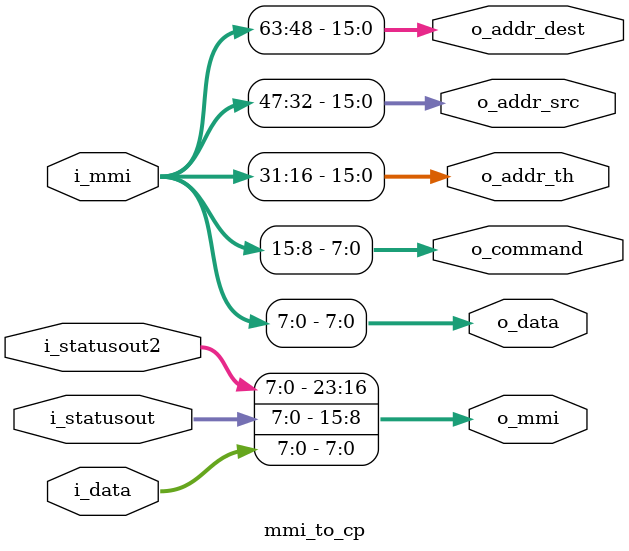
<source format=v>
`timescale 1ns / 1ps

module mmi_to_cp (
    // RAM
    output [23:0] o_mmi,
    input [63:0] i_mmi,

    // Top Coprocessor Control
    input [7:0] i_data,
    input [7:0] i_statusout,
    input [7:0] i_statusout2,
    
    output [7:0] o_data,
    output [7:0] o_command,
    output [15:0] o_addr_th,
    output [15:0] o_addr_src,
    output [15:0] o_addr_dest
);

    //To MMI
    assign o_mmi [7:0] = i_data;
    assign o_mmi [15:8] = i_statusout;
    assign o_mmi [23:16] = i_statusout2;

    //To CP
    assign o_data = i_mmi[7:0];
    assign o_command = i_mmi[15:8];
    assign o_addr_th = i_mmi[31:16];
    assign o_addr_src = i_mmi[47:32];
    assign o_addr_dest = i_mmi[63:48];
    
endmodule
</source>
